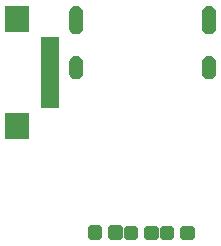
<source format=gbr>
G04 EAGLE Gerber RS-274X export*
G75*
%MOMM*%
%FSLAX34Y34*%
%LPD*%
%INSoldermask Top*%
%IPPOS*%
%AMOC8*
5,1,8,0,0,1.08239X$1,22.5*%
G01*
%ADD10R,1.503200X0.503200*%
%ADD11R,2.003200X2.203200*%
%ADD12C,0.505344*%

G36*
X171675Y192536D02*
X171675Y192536D01*
X171681Y192541D01*
X171685Y192538D01*
X172810Y192880D01*
X172815Y192885D01*
X172819Y192883D01*
X173857Y193438D01*
X173860Y193444D01*
X173865Y193443D01*
X174774Y194189D01*
X174776Y194196D01*
X174781Y194196D01*
X175527Y195105D01*
X175527Y195113D01*
X175532Y195113D01*
X176087Y196151D01*
X176086Y196158D01*
X176090Y196160D01*
X176432Y197285D01*
X176429Y197292D01*
X176434Y197295D01*
X176549Y198465D01*
X176547Y198468D01*
X176549Y198470D01*
X176549Y210470D01*
X176547Y210473D01*
X176549Y210475D01*
X176434Y211645D01*
X176429Y211651D01*
X176432Y211655D01*
X176090Y212780D01*
X176085Y212785D01*
X176087Y212789D01*
X175532Y213827D01*
X175526Y213830D01*
X175527Y213835D01*
X174781Y214744D01*
X174774Y214746D01*
X174774Y214751D01*
X173865Y215497D01*
X173857Y215497D01*
X173857Y215502D01*
X172819Y216057D01*
X172812Y216056D01*
X172810Y216060D01*
X171685Y216402D01*
X171678Y216399D01*
X171675Y216404D01*
X170505Y216519D01*
X170499Y216515D01*
X170495Y216519D01*
X169325Y216404D01*
X169319Y216399D01*
X169315Y216402D01*
X168190Y216060D01*
X168185Y216055D01*
X168181Y216057D01*
X167143Y215502D01*
X167140Y215496D01*
X167135Y215497D01*
X166226Y214751D01*
X166224Y214744D01*
X166219Y214744D01*
X165473Y213835D01*
X165473Y213827D01*
X165468Y213827D01*
X164913Y212789D01*
X164914Y212782D01*
X164910Y212780D01*
X164568Y211655D01*
X164571Y211648D01*
X164566Y211645D01*
X164451Y210475D01*
X164453Y210472D01*
X164451Y210470D01*
X164451Y198470D01*
X164453Y198467D01*
X164451Y198465D01*
X164566Y197295D01*
X164571Y197289D01*
X164568Y197285D01*
X164910Y196160D01*
X164915Y196155D01*
X164913Y196151D01*
X165468Y195113D01*
X165474Y195110D01*
X165473Y195105D01*
X166219Y194196D01*
X166226Y194194D01*
X166226Y194189D01*
X167135Y193443D01*
X167143Y193443D01*
X167143Y193438D01*
X168181Y192883D01*
X168188Y192884D01*
X168190Y192880D01*
X169315Y192538D01*
X169322Y192541D01*
X169325Y192536D01*
X170495Y192421D01*
X170501Y192425D01*
X170505Y192421D01*
X171675Y192536D01*
G37*
G36*
X59275Y192536D02*
X59275Y192536D01*
X59281Y192541D01*
X59285Y192538D01*
X60410Y192880D01*
X60415Y192885D01*
X60419Y192883D01*
X61457Y193438D01*
X61460Y193444D01*
X61465Y193443D01*
X62374Y194189D01*
X62376Y194196D01*
X62381Y194196D01*
X63127Y195105D01*
X63127Y195113D01*
X63132Y195113D01*
X63687Y196151D01*
X63686Y196158D01*
X63690Y196160D01*
X64032Y197285D01*
X64029Y197292D01*
X64034Y197295D01*
X64149Y198465D01*
X64147Y198468D01*
X64149Y198470D01*
X64149Y210470D01*
X64147Y210473D01*
X64149Y210475D01*
X64034Y211645D01*
X64029Y211651D01*
X64032Y211655D01*
X63690Y212780D01*
X63685Y212785D01*
X63687Y212789D01*
X63132Y213827D01*
X63126Y213830D01*
X63127Y213835D01*
X62381Y214744D01*
X62374Y214746D01*
X62374Y214751D01*
X61465Y215497D01*
X61457Y215497D01*
X61457Y215502D01*
X60419Y216057D01*
X60412Y216056D01*
X60410Y216060D01*
X59285Y216402D01*
X59278Y216399D01*
X59275Y216404D01*
X58105Y216519D01*
X58099Y216515D01*
X58095Y216519D01*
X56925Y216404D01*
X56919Y216399D01*
X56915Y216402D01*
X55790Y216060D01*
X55785Y216055D01*
X55781Y216057D01*
X54743Y215502D01*
X54740Y215496D01*
X54735Y215497D01*
X53826Y214751D01*
X53824Y214744D01*
X53819Y214744D01*
X53073Y213835D01*
X53073Y213827D01*
X53068Y213827D01*
X52513Y212789D01*
X52514Y212782D01*
X52510Y212780D01*
X52168Y211655D01*
X52171Y211648D01*
X52166Y211645D01*
X52051Y210475D01*
X52053Y210472D01*
X52051Y210470D01*
X52051Y198470D01*
X52053Y198467D01*
X52051Y198465D01*
X52166Y197295D01*
X52171Y197289D01*
X52168Y197285D01*
X52510Y196160D01*
X52515Y196155D01*
X52513Y196151D01*
X53068Y195113D01*
X53074Y195110D01*
X53073Y195105D01*
X53819Y194196D01*
X53826Y194194D01*
X53826Y194189D01*
X54735Y193443D01*
X54743Y193443D01*
X54743Y193438D01*
X55781Y192883D01*
X55788Y192884D01*
X55790Y192880D01*
X56915Y192538D01*
X56922Y192541D01*
X56925Y192536D01*
X58095Y192421D01*
X58101Y192425D01*
X58105Y192421D01*
X59275Y192536D01*
G37*
G36*
X171675Y154536D02*
X171675Y154536D01*
X171681Y154541D01*
X171685Y154538D01*
X172810Y154880D01*
X172815Y154885D01*
X172819Y154883D01*
X173857Y155438D01*
X173860Y155444D01*
X173865Y155443D01*
X174774Y156189D01*
X174776Y156196D01*
X174781Y156196D01*
X175527Y157105D01*
X175527Y157113D01*
X175532Y157113D01*
X176087Y158151D01*
X176086Y158158D01*
X176090Y158160D01*
X176432Y159285D01*
X176429Y159292D01*
X176434Y159295D01*
X176549Y160465D01*
X176547Y160468D01*
X176549Y160470D01*
X176549Y168470D01*
X176547Y168473D01*
X176549Y168475D01*
X176434Y169645D01*
X176429Y169651D01*
X176432Y169655D01*
X176090Y170780D01*
X176085Y170785D01*
X176087Y170789D01*
X175532Y171827D01*
X175526Y171830D01*
X175527Y171835D01*
X174781Y172744D01*
X174774Y172746D01*
X174774Y172751D01*
X173865Y173497D01*
X173857Y173497D01*
X173857Y173502D01*
X172819Y174057D01*
X172812Y174056D01*
X172810Y174060D01*
X171685Y174402D01*
X171678Y174399D01*
X171675Y174404D01*
X170505Y174519D01*
X170499Y174515D01*
X170495Y174519D01*
X169325Y174404D01*
X169319Y174399D01*
X169315Y174402D01*
X168190Y174060D01*
X168185Y174055D01*
X168181Y174057D01*
X167143Y173502D01*
X167140Y173496D01*
X167135Y173497D01*
X166226Y172751D01*
X166224Y172744D01*
X166219Y172744D01*
X165473Y171835D01*
X165473Y171827D01*
X165468Y171827D01*
X164913Y170789D01*
X164914Y170786D01*
X164912Y170785D01*
X164914Y170782D01*
X164910Y170780D01*
X164568Y169655D01*
X164569Y169653D01*
X164568Y169652D01*
X164570Y169649D01*
X164571Y169648D01*
X164566Y169645D01*
X164451Y168475D01*
X164453Y168472D01*
X164451Y168470D01*
X164451Y160470D01*
X164453Y160467D01*
X164451Y160465D01*
X164566Y159295D01*
X164571Y159289D01*
X164568Y159285D01*
X164910Y158160D01*
X164915Y158155D01*
X164913Y158151D01*
X165468Y157113D01*
X165474Y157110D01*
X165473Y157105D01*
X166219Y156196D01*
X166226Y156194D01*
X166226Y156189D01*
X167135Y155443D01*
X167143Y155443D01*
X167143Y155438D01*
X168181Y154883D01*
X168188Y154884D01*
X168190Y154880D01*
X169315Y154538D01*
X169322Y154541D01*
X169325Y154536D01*
X170495Y154421D01*
X170501Y154425D01*
X170505Y154421D01*
X171675Y154536D01*
G37*
G36*
X59275Y154536D02*
X59275Y154536D01*
X59281Y154541D01*
X59285Y154538D01*
X60410Y154880D01*
X60415Y154885D01*
X60419Y154883D01*
X61457Y155438D01*
X61460Y155444D01*
X61465Y155443D01*
X62374Y156189D01*
X62376Y156196D01*
X62381Y156196D01*
X63127Y157105D01*
X63127Y157113D01*
X63132Y157113D01*
X63687Y158151D01*
X63686Y158158D01*
X63690Y158160D01*
X64032Y159285D01*
X64029Y159292D01*
X64034Y159295D01*
X64149Y160465D01*
X64147Y160468D01*
X64149Y160470D01*
X64149Y168470D01*
X64147Y168473D01*
X64149Y168475D01*
X64034Y169645D01*
X64029Y169651D01*
X64032Y169655D01*
X63690Y170780D01*
X63685Y170785D01*
X63687Y170789D01*
X63132Y171827D01*
X63126Y171830D01*
X63127Y171835D01*
X62381Y172744D01*
X62374Y172746D01*
X62374Y172751D01*
X61465Y173497D01*
X61457Y173497D01*
X61457Y173502D01*
X60419Y174057D01*
X60412Y174056D01*
X60410Y174060D01*
X59285Y174402D01*
X59278Y174399D01*
X59275Y174404D01*
X58105Y174519D01*
X58099Y174515D01*
X58095Y174519D01*
X56925Y174404D01*
X56919Y174399D01*
X56915Y174402D01*
X55790Y174060D01*
X55785Y174055D01*
X55781Y174057D01*
X54743Y173502D01*
X54740Y173496D01*
X54735Y173497D01*
X53826Y172751D01*
X53824Y172744D01*
X53819Y172744D01*
X53073Y171835D01*
X53073Y171827D01*
X53068Y171827D01*
X52513Y170789D01*
X52514Y170786D01*
X52512Y170785D01*
X52514Y170782D01*
X52510Y170780D01*
X52168Y169655D01*
X52169Y169653D01*
X52168Y169652D01*
X52170Y169649D01*
X52171Y169648D01*
X52166Y169645D01*
X52051Y168475D01*
X52053Y168472D01*
X52051Y168470D01*
X52051Y160470D01*
X52053Y160467D01*
X52051Y160465D01*
X52166Y159295D01*
X52171Y159289D01*
X52168Y159285D01*
X52510Y158160D01*
X52515Y158155D01*
X52513Y158151D01*
X53068Y157113D01*
X53074Y157110D01*
X53073Y157105D01*
X53819Y156196D01*
X53826Y156194D01*
X53826Y156189D01*
X54735Y155443D01*
X54743Y155443D01*
X54743Y155438D01*
X55781Y154883D01*
X55788Y154884D01*
X55790Y154880D01*
X56915Y154538D01*
X56922Y154541D01*
X56925Y154536D01*
X58095Y154421D01*
X58101Y154425D01*
X58105Y154421D01*
X59275Y154536D01*
G37*
D10*
X35560Y187520D03*
X35560Y182520D03*
X35560Y177520D03*
X35560Y172520D03*
X35560Y167520D03*
X35560Y162520D03*
X35560Y157520D03*
X35560Y152520D03*
X35560Y147520D03*
X35560Y142520D03*
X35560Y137520D03*
X35560Y132520D03*
D11*
X8060Y114520D03*
X8060Y205520D03*
D12*
X155770Y27740D02*
X155770Y20760D01*
X148790Y20760D01*
X148790Y27740D01*
X155770Y27740D01*
X155770Y25560D02*
X148790Y25560D01*
X138230Y27740D02*
X138230Y20760D01*
X131250Y20760D01*
X131250Y27740D01*
X138230Y27740D01*
X138230Y25560D02*
X131250Y25560D01*
X125290Y27980D02*
X125290Y21000D01*
X118310Y21000D01*
X118310Y27980D01*
X125290Y27980D01*
X125290Y25800D02*
X118310Y25800D01*
X107750Y27980D02*
X107750Y21000D01*
X100770Y21000D01*
X100770Y27980D01*
X107750Y27980D01*
X107750Y25800D02*
X100770Y25800D01*
X94810Y28220D02*
X94810Y21240D01*
X87830Y21240D01*
X87830Y28220D01*
X94810Y28220D01*
X94810Y26040D02*
X87830Y26040D01*
X77270Y28220D02*
X77270Y21240D01*
X70290Y21240D01*
X70290Y28220D01*
X77270Y28220D01*
X77270Y26040D02*
X70290Y26040D01*
M02*

</source>
